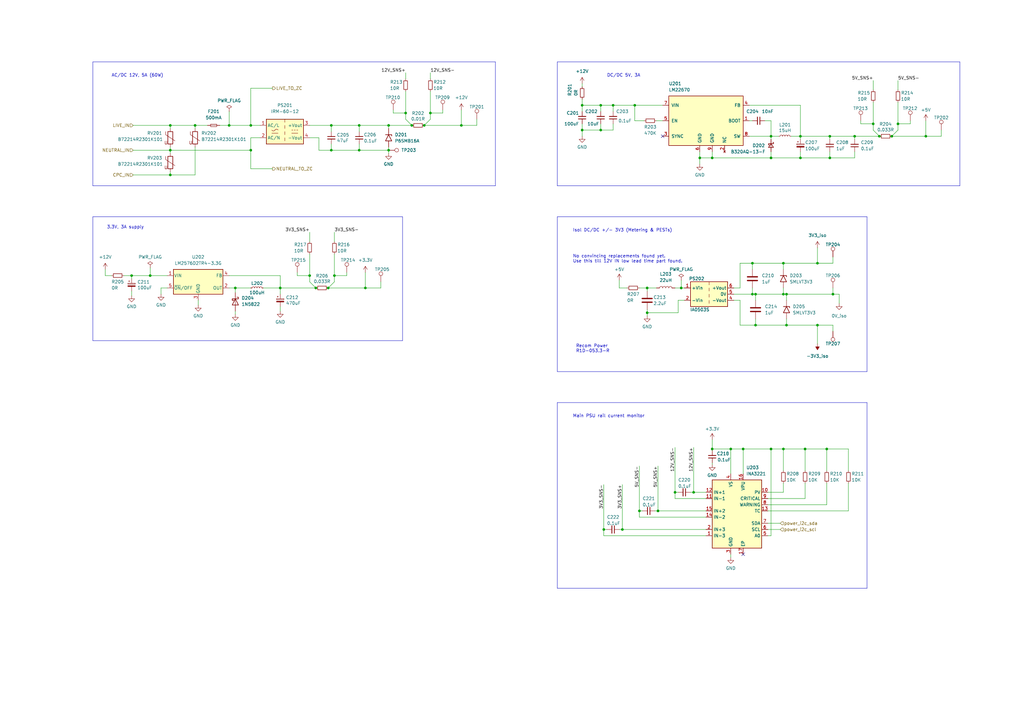
<source format=kicad_sch>
(kicad_sch (version 20230121) (generator eeschema)
  (paper "A3")
  (title_block (title "xx-xxx-PCB-001 Charger Control (HV1) Board") (date "2023-10-18") (rev "0.a") (company "Indra Renewable Technologies Ltd"))
  (junction (at 321.31 184.15))
  (junction (at 137.16 113.03))
  (junction (at 328.295 64.77))
  (junction (at 339.09 184.15))
  (junction (at 173.99 51.435))
  (junction (at 69.85 51.435))
  (junction (at 276.86 201.93))
  (junction (at 127 113.03))
  (junction (at 340.36 55.88))
  (junction (at 368.3 50.8))
  (junction (at 80.01 51.435))
  (junction (at 308.61 107.95))
  (junction (at 316.23 55.88))
  (junction (at 238.76 43.18))
  (junction (at 299.72 184.15))
  (junction (at 246.38 43.18))
  (junction (at 265.43 128.27))
  (junction (at 93.98 51.435))
  (junction (at 69.85 61.595))
  (junction (at 255.27 217.17))
  (junction (at 287.02 64.77))
  (junction (at 304.8 184.15))
  (junction (at 135.89 61.595))
  (junction (at 135.89 51.435))
  (junction (at 365.76 55.88))
  (junction (at 309.88 133.35))
  (junction (at 284.48 201.93))
  (junction (at 134.62 118.11))
  (junction (at 176.53 46.355))
  (junction (at 321.31 120.65))
  (junction (at 341.63 120.65))
  (junction (at 102.87 61.595))
  (junction (at 350.52 55.88))
  (junction (at 279.4 118.11))
  (junction (at 330.2 184.15))
  (junction (at 96.52 118.11))
  (junction (at 69.85 71.755))
  (junction (at 251.46 43.18))
  (junction (at 166.37 46.355))
  (junction (at 308.61 120.65))
  (junction (at 189.23 51.435))
  (junction (at 114.935 118.11))
  (junction (at 292.1 184.15))
  (junction (at 246.38 53.34))
  (junction (at 149.86 118.11))
  (junction (at 358.14 50.8))
  (junction (at 147.32 61.595))
  (junction (at 129.54 118.11))
  (junction (at 168.91 51.435))
  (junction (at 102.87 51.435))
  (junction (at 269.875 209.55))
  (junction (at 379.73 55.88))
  (junction (at 309.88 120.65))
  (junction (at 340.36 64.77))
  (junction (at 265.43 118.11))
  (junction (at 262.255 209.55))
  (junction (at 53.975 113.03))
  (junction (at 316.23 64.77))
  (junction (at 61.595 113.03))
  (junction (at 316.23 184.15))
  (junction (at 159.385 51.435))
  (junction (at 322.58 120.65))
  (junction (at 292.1 64.77))
  (junction (at 238.76 53.34))
  (junction (at 159.385 61.595))
  (junction (at 335.28 133.35))
  (junction (at 335.28 107.95))
  (junction (at 260.35 43.18))
  (junction (at 247.65 217.17))
  (junction (at 322.58 133.35))
  (junction (at 147.32 51.435))
  (junction (at 328.295 55.88))
  (junction (at 360.68 55.88))
  (junction (at 321.31 107.95))
  (no_connect (at 304.8 227.33))
  (no_connect (at 271.78 55.88))
  (wire (pts (xy 251.46 43.18) (xy 260.35 43.18)))
  (polyline (pts (xy 38.1 88.9) (xy 165.1 88.9)))
  (wire (pts (xy 262.255 209.55) (xy 263.525 209.55)))
  (wire (pts (xy 262.255 118.11) (xy 265.43 118.11)))
  (wire (pts (xy 147.32 51.435) (xy 147.32 53.975)))
  (wire (pts (xy 254 217.17) (xy 255.27 217.17)))
  (wire (pts (xy 173.99 51.435) (xy 176.53 48.895)))
  (wire (pts (xy 309.88 133.35) (xy 322.58 133.35)))
  (wire (pts (xy 314.96 219.71) (xy 316.23 219.71)))
  (wire (pts (xy 271.78 49.53) (xy 269.24 49.53)))
  (polyline (pts (xy 393.7 25.4) (xy 393.7 76.2)))
  (wire (pts (xy 135.89 61.595) (xy 147.32 61.595)))
  (polyline (pts (xy 355.6 241.3) (xy 228.6 241.3)))
  (wire (pts (xy 93.98 51.435) (xy 102.87 51.435)))
  (wire (pts (xy 321.31 107.95) (xy 335.28 107.95)))
  (wire (pts (xy 340.36 62.23) (xy 340.36 64.77)))
  (wire (pts (xy 265.43 127) (xy 265.43 128.27)))
  (wire (pts (xy 238.76 34.29) (xy 238.76 35.56)))
  (wire (pts (xy 96.52 118.11) (xy 96.52 120.015)))
  (wire (pts (xy 309.88 120.65) (xy 309.88 123.19)))
  (wire (pts (xy 130.81 56.515) (xy 130.81 61.595)))
  (wire (pts (xy 127 104.14) (xy 127 113.03)))
  (wire (pts (xy 53.975 113.03) (xy 53.975 114.3)))
  (wire (pts (xy 54.61 51.435) (xy 69.85 51.435)))
  (wire (pts (xy 127 51.435) (xy 135.89 51.435)))
  (wire (pts (xy 238.76 40.64) (xy 238.76 43.18)))
  (wire (pts (xy 176.53 29.845) (xy 176.53 32.385)))
  (wire (pts (xy 159.385 51.435) (xy 159.385 52.705)))
  (wire (pts (xy 251.46 53.34) (xy 251.46 50.8)))
  (wire (pts (xy 114.935 120.65) (xy 114.935 118.11)))
  (wire (pts (xy 300.99 123.19) (xy 303.53 123.19)))
  (wire (pts (xy 262.255 209.55) (xy 262.255 212.09)))
  (wire (pts (xy 308.61 107.95) (xy 308.61 110.49)))
  (wire (pts (xy 284.48 183.515) (xy 284.48 201.93)))
  (wire (pts (xy 309.88 120.65) (xy 308.61 120.65)))
  (wire (pts (xy 247.65 219.71) (xy 289.56 219.71)))
  (wire (pts (xy 287.02 62.23) (xy 287.02 64.77)))
  (wire (pts (xy 176.53 37.465) (xy 176.53 46.355)))
  (wire (pts (xy 339.09 207.01) (xy 314.96 207.01)))
  (wire (pts (xy 159.385 51.435) (xy 168.91 51.435)))
  (wire (pts (xy 280.67 123.19) (xy 278.13 123.19)))
  (wire (pts (xy 130.81 61.595) (xy 135.89 61.595)))
  (wire (pts (xy 316.23 219.71) (xy 316.23 184.15)))
  (wire (pts (xy 159.385 62.865) (xy 159.385 61.595)))
  (wire (pts (xy 102.87 36.195) (xy 111.76 36.195)))
  (wire (pts (xy 134.62 118.11) (xy 137.16 115.57)))
  (wire (pts (xy 322.58 120.65) (xy 322.58 123.19)))
  (wire (pts (xy 255.27 217.17) (xy 289.56 217.17)))
  (wire (pts (xy 307.34 49.53) (xy 308.61 49.53)))
  (wire (pts (xy 328.295 64.77) (xy 340.36 64.77)))
  (wire (pts (xy 339.09 198.12) (xy 339.09 207.01)))
  (wire (pts (xy 322.58 120.65) (xy 341.63 120.65)))
  (wire (pts (xy 254 118.11) (xy 257.175 118.11)))
  (wire (pts (xy 247.65 217.17) (xy 247.65 219.71)))
  (wire (pts (xy 292.1 184.15) (xy 299.72 184.15)))
  (wire (pts (xy 96.52 127.635) (xy 96.52 128.905)))
  (wire (pts (xy 324.485 55.88) (xy 328.295 55.88)))
  (wire (pts (xy 69.85 61.595) (xy 69.85 62.865)))
  (wire (pts (xy 268.605 209.55) (xy 269.875 209.55)))
  (polyline (pts (xy 38.1 76.2) (xy 38.1 25.4)))
  (wire (pts (xy 347.98 209.55) (xy 314.96 209.55)))
  (wire (pts (xy 292.1 190.5) (xy 292.1 189.865)))
  (wire (pts (xy 50.8 113.03) (xy 53.975 113.03)))
  (wire (pts (xy 238.76 53.34) (xy 246.38 53.34)))
  (wire (pts (xy 137.16 95.25) (xy 137.16 99.06)))
  (wire (pts (xy 328.295 55.88) (xy 340.36 55.88)))
  (wire (pts (xy 161.29 45.085) (xy 161.29 46.355)))
  (wire (pts (xy 330.2 204.47) (xy 330.2 198.12)))
  (wire (pts (xy 238.76 43.18) (xy 238.76 45.72)))
  (wire (pts (xy 269.24 118.11) (xy 265.43 118.11)))
  (wire (pts (xy 238.76 43.18) (xy 246.38 43.18)))
  (wire (pts (xy 379.73 49.53) (xy 379.73 55.88)))
  (wire (pts (xy 313.69 49.53) (xy 316.23 49.53)))
  (wire (pts (xy 114.935 118.11) (xy 129.54 118.11)))
  (wire (pts (xy 303.53 118.11) (xy 303.53 107.95)))
  (wire (pts (xy 341.63 120.65) (xy 344.17 120.65)))
  (wire (pts (xy 246.38 53.34) (xy 251.46 53.34)))
  (wire (pts (xy 347.98 184.15) (xy 339.09 184.15)))
  (wire (pts (xy 350.52 55.88) (xy 360.68 55.88)))
  (wire (pts (xy 276.86 204.47) (xy 289.56 204.47)))
  (wire (pts (xy 61.595 113.03) (xy 68.58 113.03)))
  (wire (pts (xy 292.1 180.34) (xy 292.1 184.15)))
  (wire (pts (xy 328.295 57.15) (xy 328.295 55.88)))
  (wire (pts (xy 189.23 51.435) (xy 195.58 51.435)))
  (wire (pts (xy 181.61 45.085) (xy 181.61 46.355)))
  (polyline (pts (xy 228.6 152.4) (xy 228.6 88.9)))
  (wire (pts (xy 330.2 193.04) (xy 330.2 184.15)))
  (wire (pts (xy 283.21 201.93) (xy 284.48 201.93)))
  (wire (pts (xy 340.36 64.77) (xy 350.52 64.77)))
  (wire (pts (xy 251.46 45.72) (xy 251.46 43.18)))
  (wire (pts (xy 303.53 133.35) (xy 309.88 133.35)))
  (wire (pts (xy 269.875 209.55) (xy 289.56 209.55)))
  (wire (pts (xy 102.87 56.515) (xy 106.68 56.515)))
  (wire (pts (xy 276.86 201.93) (xy 278.13 201.93)))
  (wire (pts (xy 69.85 60.325) (xy 69.85 61.595)))
  (wire (pts (xy 292.1 184.785) (xy 292.1 184.15)))
  (wire (pts (xy 142.24 111.76) (xy 142.24 113.03)))
  (wire (pts (xy 353.06 49.53) (xy 353.06 50.8)))
  (wire (pts (xy 339.09 184.15) (xy 339.09 193.04)))
  (wire (pts (xy 330.2 184.15) (xy 339.09 184.15)))
  (wire (pts (xy 358.14 33.02) (xy 358.14 36.83)))
  (wire (pts (xy 358.14 41.91) (xy 358.14 50.8)))
  (wire (pts (xy 265.43 118.11) (xy 265.43 119.38)))
  (wire (pts (xy 278.13 123.19) (xy 278.13 128.27)))
  (wire (pts (xy 358.14 50.8) (xy 358.14 53.34)))
  (polyline (pts (xy 203.2 76.2) (xy 38.1 76.2)))
  (wire (pts (xy 137.16 113.03) (xy 137.16 115.57)))
  (wire (pts (xy 322.58 130.81) (xy 322.58 133.35)))
  (wire (pts (xy 127 95.25) (xy 127 99.06)))
  (wire (pts (xy 309.88 130.81) (xy 309.88 133.35)))
  (wire (pts (xy 316.23 57.15) (xy 316.23 55.88)))
  (wire (pts (xy 341.63 133.35) (xy 341.63 135.89)))
  (wire (pts (xy 127 113.03) (xy 127 115.57)))
  (wire (pts (xy 373.38 50.8) (xy 368.3 50.8)))
  (wire (pts (xy 299.72 184.15) (xy 299.72 194.31)))
  (wire (pts (xy 265.43 128.27) (xy 278.13 128.27)))
  (wire (pts (xy 276.86 183.515) (xy 276.86 201.93)))
  (wire (pts (xy 316.23 55.88) (xy 319.405 55.88)))
  (polyline (pts (xy 355.6 165.1) (xy 355.6 241.3)))
  (wire (pts (xy 102.87 56.515) (xy 102.87 61.595)))
  (polyline (pts (xy 165.1 88.9) (xy 165.1 139.7)))
  (wire (pts (xy 321.31 120.65) (xy 322.58 120.65)))
  (wire (pts (xy 53.975 119.38) (xy 53.975 121.285)))
  (wire (pts (xy 330.2 184.15) (xy 321.31 184.15)))
  (wire (pts (xy 149.86 118.11) (xy 156.21 118.11)))
  (wire (pts (xy 350.52 64.77) (xy 350.52 62.23)))
  (wire (pts (xy 316.23 64.77) (xy 328.295 64.77)))
  (wire (pts (xy 340.36 55.88) (xy 350.52 55.88)))
  (wire (pts (xy 341.63 118.11) (xy 341.63 120.65)))
  (wire (pts (xy 365.76 55.88) (xy 368.3 53.34)))
  (wire (pts (xy 308.61 107.95) (xy 321.31 107.95)))
  (wire (pts (xy 353.06 50.8) (xy 358.14 50.8)))
  (wire (pts (xy 262.255 212.09) (xy 289.56 212.09)))
  (wire (pts (xy 255.27 198.755) (xy 255.27 217.17)))
  (wire (pts (xy 66.04 118.11) (xy 68.58 118.11)))
  (wire (pts (xy 279.4 118.11) (xy 280.67 118.11)))
  (wire (pts (xy 316.23 55.88) (xy 307.34 55.88)))
  (wire (pts (xy 260.35 43.18) (xy 271.78 43.18)))
  (wire (pts (xy 247.65 217.17) (xy 248.92 217.17)))
  (wire (pts (xy 176.53 46.355) (xy 176.53 48.895)))
  (wire (pts (xy 347.98 198.12) (xy 347.98 209.55)))
  (wire (pts (xy 54.61 71.755) (xy 69.85 71.755)))
  (wire (pts (xy 307.34 43.18) (xy 328.295 43.18)))
  (wire (pts (xy 309.88 120.65) (xy 321.31 120.65)))
  (wire (pts (xy 322.58 133.35) (xy 335.28 133.35)))
  (wire (pts (xy 269.875 191.135) (xy 269.875 209.55)))
  (wire (pts (xy 287.02 64.77) (xy 292.1 64.77)))
  (wire (pts (xy 173.99 51.435) (xy 189.23 51.435)))
  (wire (pts (xy 335.28 101.6) (xy 335.28 107.95)))
  (wire (pts (xy 102.87 51.435) (xy 106.68 51.435)))
  (wire (pts (xy 61.595 109.855) (xy 61.595 113.03)))
  (wire (pts (xy 54.61 61.595) (xy 69.85 61.595)))
  (wire (pts (xy 166.37 46.355) (xy 166.37 48.895)))
  (wire (pts (xy 321.31 201.93) (xy 314.96 201.93)))
  (wire (pts (xy 373.38 49.53) (xy 373.38 50.8)))
  (wire (pts (xy 316.23 62.23) (xy 316.23 64.77)))
  (wire (pts (xy 328.295 62.23) (xy 328.295 64.77)))
  (polyline (pts (xy 228.6 76.2) (xy 228.6 25.4)))
  (wire (pts (xy 276.86 118.11) (xy 279.4 118.11)))
  (wire (pts (xy 386.08 55.88) (xy 386.08 53.34)))
  (polyline (pts (xy 393.7 76.2) (xy 228.6 76.2)))
  (wire (pts (xy 134.62 118.11) (xy 149.86 118.11)))
  (wire (pts (xy 368.3 33.02) (xy 368.3 36.83)))
  (wire (pts (xy 341.63 107.95) (xy 335.28 107.95)))
  (wire (pts (xy 166.37 29.845) (xy 166.37 32.385)))
  (wire (pts (xy 121.92 111.76) (xy 121.92 113.03)))
  (wire (pts (xy 350.52 57.15) (xy 350.52 55.88)))
  (wire (pts (xy 69.85 71.755) (xy 80.01 71.755)))
  (wire (pts (xy 129.54 118.11) (xy 127 115.57)))
  (wire (pts (xy 276.86 201.93) (xy 276.86 204.47)))
  (wire (pts (xy 127 56.515) (xy 130.81 56.515)))
  (wire (pts (xy 254 114.935) (xy 254 118.11)))
  (wire (pts (xy 321.31 184.15) (xy 316.23 184.15)))
  (wire (pts (xy 303.53 123.19) (xy 303.53 133.35)))
  (wire (pts (xy 102.87 61.595) (xy 102.87 69.215)))
  (polyline (pts (xy 355.6 152.4) (xy 228.6 152.4)))
  (wire (pts (xy 80.01 51.435) (xy 80.01 52.705)))
  (wire (pts (xy 247.65 198.755) (xy 247.65 217.17)))
  (wire (pts (xy 321.31 107.95) (xy 321.31 110.49)))
  (wire (pts (xy 69.85 61.595) (xy 102.87 61.595)))
  (wire (pts (xy 340.36 57.15) (xy 340.36 55.88)))
  (wire (pts (xy 93.98 45.72) (xy 93.98 51.435)))
  (wire (pts (xy 368.3 41.91) (xy 368.3 50.8)))
  (wire (pts (xy 303.53 107.95) (xy 308.61 107.95)))
  (wire (pts (xy 328.295 43.18) (xy 328.295 55.88)))
  (wire (pts (xy 264.16 49.53) (xy 260.35 49.53)))
  (wire (pts (xy 80.01 51.435) (xy 85.09 51.435)))
  (wire (pts (xy 81.28 123.19) (xy 81.28 125.095)))
  (wire (pts (xy 368.3 50.8) (xy 368.3 53.34)))
  (polyline (pts (xy 203.2 25.4) (xy 203.2 76.2)))
  (polyline (pts (xy 355.6 88.9) (xy 355.6 152.4)))
  (wire (pts (xy 135.89 59.055) (xy 135.89 61.595)))
  (polyline (pts (xy 228.6 25.4) (xy 393.7 25.4)))
  (wire (pts (xy 189.23 51.435) (xy 189.23 45.085)))
  (wire (pts (xy 316.23 49.53) (xy 316.23 55.88)))
  (wire (pts (xy 43.18 110.49) (xy 43.18 113.03)))
  (wire (pts (xy 321.31 118.11) (xy 321.31 120.65)))
  (wire (pts (xy 102.87 69.215) (xy 111.76 69.215)))
  (wire (pts (xy 166.37 37.465) (xy 166.37 46.355)))
  (wire (pts (xy 53.975 113.03) (xy 61.595 113.03)))
  (wire (pts (xy 142.24 113.03) (xy 137.16 113.03)))
  (wire (pts (xy 114.935 125.73) (xy 114.935 127.635)))
  (wire (pts (xy 321.31 184.15) (xy 321.31 193.04)))
  (wire (pts (xy 80.01 60.325) (xy 80.01 71.755)))
  (polyline (pts (xy 38.1 25.4) (xy 203.2 25.4)))
  (wire (pts (xy 299.72 184.15) (xy 304.8 184.15)))
  (wire (pts (xy 299.72 228.6) (xy 299.72 227.33)))
  (wire (pts (xy 300.99 118.11) (xy 303.53 118.11)))
  (polyline (pts (xy 228.6 165.1) (xy 228.6 241.3)))
  (wire (pts (xy 292.1 62.23) (xy 292.1 64.77)))
  (wire (pts (xy 147.32 59.055) (xy 147.32 61.595)))
  (wire (pts (xy 347.98 193.04) (xy 347.98 184.15)))
  (wire (pts (xy 135.89 51.435) (xy 135.89 53.975)))
  (polyline (pts (xy 228.6 165.1) (xy 355.6 165.1)))
  (wire (pts (xy 320.04 214.63) (xy 314.96 214.63)))
  (wire (pts (xy 114.935 113.03) (xy 114.935 118.11)))
  (wire (pts (xy 147.32 61.595) (xy 159.385 61.595)))
  (wire (pts (xy 149.86 118.11) (xy 149.86 111.76)))
  (wire (pts (xy 135.89 51.435) (xy 147.32 51.435)))
  (wire (pts (xy 156.21 118.11) (xy 156.21 115.57)))
  (wire (pts (xy 246.38 50.8) (xy 246.38 53.34)))
  (wire (pts (xy 379.73 55.88) (xy 386.08 55.88)))
  (wire (pts (xy 102.87 36.195) (xy 102.87 51.435)))
  (wire (pts (xy 69.85 70.485) (xy 69.85 71.755)))
  (wire (pts (xy 114.935 118.11) (xy 107.95 118.11)))
  (wire (pts (xy 238.76 55.88) (xy 238.76 53.34)))
  (wire (pts (xy 69.85 51.435) (xy 80.01 51.435)))
  (wire (pts (xy 300.99 120.65) (xy 308.61 120.65)))
  (wire (pts (xy 159.385 60.325) (xy 159.385 61.595)))
  (wire (pts (xy 335.28 133.35) (xy 341.63 133.35)))
  (wire (pts (xy 335.28 133.35) (xy 335.28 140.97)))
  (wire (pts (xy 93.98 113.03) (xy 114.935 113.03)))
  (wire (pts (xy 181.61 46.355) (xy 176.53 46.355)))
  (wire (pts (xy 161.29 46.355) (xy 166.37 46.355)))
  (wire (pts (xy 69.85 51.435) (xy 69.85 52.705)))
  (wire (pts (xy 279.4 114.935) (xy 279.4 118.11)))
  (wire (pts (xy 238.76 53.34) (xy 238.76 50.8)))
  (wire (pts (xy 137.16 104.14) (xy 137.16 113.03)))
  (wire (pts (xy 147.32 51.435) (xy 159.385 51.435)))
  (wire (pts (xy 284.48 201.93) (xy 289.56 201.93)))
  (wire (pts (xy 66.04 120.65) (xy 66.04 118.11)))
  (wire (pts (xy 358.14 53.34) (xy 360.68 55.88)))
  (wire (pts (xy 344.17 120.65) (xy 344.17 124.46)))
  (wire (pts (xy 90.17 51.435) (xy 93.98 51.435)))
  (wire (pts (xy 292.1 64.77) (xy 316.23 64.77)))
  (wire (pts (xy 365.76 55.88) (xy 379.73 55.88)))
  (wire (pts (xy 246.38 43.18) (xy 246.38 45.72)))
  (wire (pts (xy 304.8 194.31) (xy 304.8 184.15)))
  (polyline (pts (xy 38.1 139.7) (xy 38.1 88.9)))
  (wire (pts (xy 314.96 204.47) (xy 330.2 204.47)))
  (polyline (pts (xy 228.6 88.9) (xy 355.6 88.9)))
  (wire (pts (xy 246.38 43.18) (xy 251.46 43.18)))
  (wire (pts (xy 287.02 64.77) (xy 287.02 67.31)))
  (wire (pts (xy 96.52 118.11) (xy 102.87 118.11)))
  (wire (pts (xy 168.91 51.435) (xy 166.37 48.895)))
  (wire (pts (xy 43.18 113.03) (xy 45.72 113.03)))
  (wire (pts (xy 195.58 51.435) (xy 195.58 48.895)))
  (wire (pts (xy 308.61 120.65) (xy 308.61 118.11)))
  (wire (pts (xy 121.92 113.03) (xy 127 113.03)))
  (wire (pts (xy 260.35 43.18) (xy 260.35 49.53)))
  (wire (pts (xy 314.96 217.17) (xy 320.04 217.17)))
  (wire (pts (xy 316.23 184.15) (xy 304.8 184.15)))
  (wire (pts (xy 265.43 129.54) (xy 265.43 128.27)))
  (wire (pts (xy 262.255 191.135) (xy 262.255 209.55)))
  (wire (pts (xy 321.31 198.12) (xy 321.31 201.93)))
  (wire (pts (xy 341.63 105.41) (xy 341.63 107.95)))
  (wire (pts (xy 93.98 118.11) (xy 96.52 118.11)))
  (polyline (pts (xy 165.1 139.7) (xy 38.1 139.7)))
  (text "Isol DC/DC +/- 3V3 (Metering & PESTs)" (at 234.95 95.25 0) (effects (font (size 1.27 1.27)) (justify left bottom)))
  (text "AC/DC 12V, 5A (60W)" (at 45.72 31.75 0) (effects (font (size 1.27 1.27)) (justify left bottom)))
  (text "DC/DC 5V, 3A\n" (at 248.92 31.75 0) (effects (font (size 1.27 1.27)) (justify left bottom)))
  (text "Main PSU rail current monitor" (at 234.95 171.45 0) (effects (font (size 1.27 1.27)) (justify left bottom)))
  (text "No convincing replacements found yet. \nUse this till 12V IN low lead time part found." (at 234.95 107.95 0) (effects (font (size 1.27 1.27)) (justify left bottom)))
  (text "Recom Power\nR1D-053.3-R" (at 236.22 144.78 0) (effects (font (size 1.27 1.27)) (justify left bottom)))
  (text "3.3V, 3A supply" (at 43.815 93.98 0) (effects (font (size 1.27 1.27)) (justify left bottom)))
  (label "3V3_SNS-" (at 137.16 95.25 0))
  (label "12V_SNS+" (at 284.48 183.515 270))
  (label "12V_SNS-" (at 276.86 183.515 270))
  (label "12V_SNS-" (at 176.53 29.845 0))
  (label "12V_SNS+" (at 166.37 29.845 180))
  (label "3V3_SNS+" (at 127 95.25 180))
  (label "5V_SNS-" (at 262.255 191.135 270))
  (label "5V_SNS+" (at 358.14 33.02 180))
  (label "3V3_SNS+" (at 255.27 198.755 270))
  (label "3V3_SNS-" (at 247.65 198.755 270))
  (label "5V_SNS-" (at 368.3 33.02 0))
  (label "5V_SNS+" (at 269.875 191.135 270))
  (hierarchical_label "NEUTRAL_TO_ZC" (shape output) (at 111.76 69.215 0))
  (hierarchical_label "power_i2c_scl" (shape input) (at 320.04 217.17 0))
  (hierarchical_label "CPC_IN" (shape input) (at 54.61 71.755 180))
  (hierarchical_label "LIVE_IN" (shape input) (at 54.61 51.435 180))
  (hierarchical_label "LIVE_TO_ZC" (shape output) (at 111.76 36.195 0))
  (hierarchical_label "power_i2c_sda" (shape input) (at 320.04 214.63 0))
  (hierarchical_label "NEUTRAL_IN" (shape input) (at 54.61 61.595 180))
  (symbol (lib_id "Connector:TestPoint") (at 181.61 45.085 0) (unit 1)
    (property "Reference" "TP209" (at 178.435 40.005 0) (effects (justify left)))
    (property "Value" "TestPoint" (effects hide))
    (property "Footprint" "hw-v5mobo-cem-demo:TestPoint_Pad_FD1.0mm_BD2.0mm_TH_with_pos" (effects hide))
    (instances (project "hw-v2x-power-board-high-v" (path "" (reference "TP209") (unit 1))) (project "hw-v2x-power-board" (path "" (reference "TP517") (unit 1))))
  )
  (symbol (lib_id "Device:C_Small") (at 280.67 201.93 270) (unit 1)
    (property "Reference" "C220" (at 278.13 196.85 90) (effects (justify left)))
    (property "Value" "0.1uF" (at 278.13 199.39 90) (effects (justify left)))
    (property "Footprint" "Capacitor_SMD:C_0402_1005Metric" (effects hide))
    (property "Voltage" "50V" (effects hide))
    (property "Characteristics" "X7R" (effects hide))
    (property "Tolerance" "10%" (effects hide))
    (instances (project "hw-v2x-power-board-high-v" (path "" (reference "C220") (unit 1))) (project "hw-v2x-power-board" (path "" (reference "C512") (unit 1))))
  )
  (symbol (lib_id "Connector:TestPoint") (at 159.385 61.595 270) (mirror x) (unit 1)
    (property "Reference" "TP203" (at 167.64 61.595 90))
    (property "Value" "TestPoint" (effects hide))
    (property "Footprint" "hw-v5mobo-cem-demo:TestPoint_Pad_FD1.0mm_BD2.0mm_TH_with_pos" (effects hide))
    (instances (project "hw-v2x-power-board-high-v" (path "" (reference "TP203") (unit 1))) (project "hw-v2x-power-board" (path "" (reference "TP503") (unit 1))))
  )
  (symbol (lib_id "Device:C_Polarized_Small") (at 328.295 59.69 0) (unit 1)
    (property "Reference" "C207" (at 330.2 58.42 0) (effects (justify left)))
    (property "Value" "100uF" (at 330.2 60.96 0) (effects (justify left)))
    (property "Footprint" "Capacitor_SMD:CP_Elec_6.3x7.7" (effects hide))
    (property "Voltage" "10V" (effects hide))
    (property "Characteristics" "X5R, ESR <600mohm" (effects hide))
    (property "Tolerance" "20%" (effects hide))
    (instances (project "hw-v2x-power-board-high-v" (path "" (reference "C207") (unit 1))) (project "hw-v2x-power-board" (path "" (reference "C522") (unit 1))))
  )
  (symbol (lib_id "Device:C_Small") (at 147.32 56.515 0) (mirror y) (unit 1)
    (property "Reference" "C206" (at 149.225 55.245 0) (effects (justify right)))
    (property "Value" "0.1uF" (at 149.225 57.785 0) (effects (justify right)))
    (property "Footprint" "Capacitor_SMD:C_0402_1005Metric" (effects hide))
    (property "Tolerance" "10%" (effects hide))
    (property "Voltage" "50V" (effects hide))
    (property "Characteristics" "X7R" (effects hide))
    (instances (project "hw-v2x-power-board-high-v" (path "" (reference "C206") (unit 1))) (project "hw-v2x-power-board" (path "" (reference "C508") (unit 1))))
  )
  (symbol (lib_id "Device:C") (at 265.43 123.19 0) (mirror y) (unit 1)
    (property "Reference" "C213" (at 267.97 121.92 0) (effects (justify right)))
    (property "Value" "2.2uF" (at 267.97 124.46 0) (effects (justify right)))
    (property "Footprint" "Capacitor_SMD:C_1210_3225Metric" (effects hide))
    (property "Tolerance" "10%" (effects hide))
    (property "Voltage" "100V" (effects hide))
    (property "Characteristics" "X5R minimum" (effects hide))
    (instances (project "hw-v2x-power-board-high-v" (path "" (reference "C213") (unit 1))) (project "hw-v2x-power-board" (path "" (reference "C516") (unit 1))))
  )
  (symbol (lib_id "Device:R_Small") (at 132.08 118.11 270) (unit 1)
    (property "Reference" "R206" (at 132.08 113.1316 90))
    (property "Value" "0.033R" (at 132.08 115.443 90))
    (property "Footprint" "Resistor_SMD:R_0805_2012Metric" (effects hide))
    (property "Tolerance" "1%" (effects hide))
    (property "Voltage" "50V" (effects hide))
    (property "Characteristics" "Current sense minimum 0.25W" (effects hide))
    (instances (project "hw-v2x-power-board-high-v" (path "" (reference "R206") (unit 1))) (project "hw-v2x-power-board" (path "" (reference "R502") (unit 1))))
  )
  (symbol (lib_name "+12V_1") (lib_id "power:+12V") (at 189.23 45.085 0) (unit 1)
    (property "Reference" "#PWR0204" (effects hide))
    (property "Value" "+12V" (at 189.23 40.005 0))
  )
  (symbol (lib_id "Device:R_Small") (at 266.7 49.53 270) (unit 1)
    (property "Reference" "R203" (at 264.16 52.07 90) (effects (justify left)))
    (property "Value" "470K" (at 264.16 54.61 90) (effects (justify left)))
    (property "Footprint" "Resistor_SMD:R_0402_1005Metric" (effects hide))
    (property "Tolerance" "1%" (effects hide))
    (property "Voltage" "50V" (effects hide))
    (instances (project "hw-v2x-power-board-high-v" (path "" (reference "R203") (unit 1))) (project "hw-v2x-power-board" (path "" (reference "R514") (unit 1))))
  )
  (symbol (lib_name "5KPxxA_2") (lib_id "Diode:5KPxxA") (at 322.58 127 270) (unit 1)
    (property "Reference" "D205" (at 325.12 125.73 90) (effects (justify left)))
    (property "Value" "SMLVT3V3" (at 325.12 128.27 90) (effects (justify left)))
    (property "Footprint" "hw-v2x-play1_1-power-board:SMLVT_SMB" (effects hide))
    (property "Datasheet" "http://www.st.com/content/ccc/resource/technical/document/datasheet/da/a4/86/90/17/13/47/7c/CD00000923.pdf/files/CD00000923.pdf/jcr:content/translations/en.CD00000923.pdf" (effects hide))
    (property "Power" "600W" (effects hide))
    (property "Voltage" "3.3V" (effects hide))
    (property "Manufacturer" "ST MICRO" (effects hide))
    (property "Manufacturer Part Number" "497-2496-1-ND" (effects hide))
  )
  (symbol (lib_name "GND_1") (lib_id "power:GND") (at 66.04 120.65 0) (unit 1)
    (property "Reference" "#PWR0232" (effects hide))
    (property "Value" "GND" (at 66.04 125.095 0))
  )
  (symbol (lib_id "Power_Management:INA3221") (at 302.26 212.09 0) (unit 1)
    (property "Reference" "U203" (at 306.07 191.77 0) (effects (justify left)))
    (property "Value" "INA3221" (at 306.07 194.31 0) (effects (justify left)))
    (property "Footprint" "Package_DFN_QFN:Texas_RGV_S-PVQFN-N16_EP2.1x2.1mm" (effects hide))
    (property "Datasheet" "http://www.ti.com/lit/ds/symlink/ina3221.pdf" (effects hide))
    (property "Manufacturer" "TI" (effects hide))
    (property "Manufacturer Part Number" "INA3221AIRGVR" (effects hide))
    (instances (project "hw-v2x-power-board-high-v" (path "" (reference "U203") (unit 1))) (project "hw-v2x-power-board" (path "" (reference "U502") (unit 1))))
  )
  (symbol (lib_id "Connector:TestPoint") (at 341.63 135.89 180) (unit 1)
    (property "Reference" "TP207" (at 341.63 140.97 0))
    (property "Value" "TestPoint" (effects hide))
    (property "Footprint" "hw-v5mobo-cem-demo:TestPoint_Pad_FD1.0mm_BD2.0mm_TH_with_pos" (effects hide))
    (instances (project "hw-v2x-power-board-high-v" (path "" (reference "TP207") (unit 1))) (project "hw-v2x-power-board" (path "" (reference "TP521") (unit 1))))
  )
  (symbol (lib_id "Device:C_Small") (at 266.065 209.55 270) (unit 1)
    (property "Reference" "C221" (at 263.525 204.47 90) (effects (justify left)))
    (property "Value" "0.1uF" (at 263.525 207.01 90) (effects (justify left)))
    (property "Footprint" "Capacitor_SMD:C_0402_1005Metric" (effects hide))
    (property "Voltage" "50V" (effects hide))
    (property "Characteristics" "X7R" (effects hide))
    (property "Tolerance" "10%" (effects hide))
    (instances (project "hw-v2x-power-board-high-v" (path "" (reference "C221") (unit 1))) (project "hw-v2x-power-board" (path "" (reference "C510") (unit 1))))
  )
  (symbol (lib_name "GND_1") (lib_id "power:GND") (at 292.1 190.5 0) (unit 1)
    (property "Reference" "#PWR0243" (effects hide))
    (property "Value" "GND" (at 292.1 194.945 0))
  )
  (symbol (lib_name "Varistor_1") (lib_id "Device:Varistor") (at 69.85 66.675 0) (unit 1)
    (property "Reference" "RV203" (at 60.325 64.77 0) (effects (justify left)))
    (property "Value" "B72214R2301K101" (at 48.26 67.31 0) (effects (justify left)))
    (property "Footprint" "hw-v2x-play1_1-power-board:B72214R2301K101" (effects hide))
    (property "Datasheet" "https://www.tdk-electronics.tdk.com/inf/70/ds/SIOV_Housed_NT14.pdf" (effects hide))
    (property "Manufacturer" "TDK" (effects hide))
    (property "Manufacturer Part Number" "B72214R2301K101" (effects hide))
    (property "Alternative Part" "Littelfuse TMOV14RP300E" (effects hide))
    (property "Voltage" "300VAC" (effects hide))
    (property "Characteristics" "125J" (effects hide))
  )
  (symbol (lib_name "+12V_1") (lib_id "power:+12V") (at 238.76 34.29 0) (unit 1)
    (property "Reference" "#PWR0212" (effects hide))
    (property "Value" "+12V" (at 238.76 29.21 0))
  )
  (symbol (lib_id "hw-v2x-play1_1-power-board:+3V3_iso") (at 335.28 101.6 0) (unit 1)
    (property "Reference" "#PWR0208" (effects hide))
    (property "Value" "+3V3_iso" (at 335.28 96.52 0))
  )
  (symbol (lib_name "PWR_FLAG_1") (lib_id "power:PWR_FLAG") (at 279.4 114.935 0) (unit 1)
    (property "Reference" "#FLG0203" (effects hide))
    (property "Value" "PWR_FLAG" (at 279.4 110.49 0))
  )
  (symbol (lib_id "Converter_DCDC:IA0503S") (at 290.83 120.65 0) (unit 1)
    (property "Reference" "PS202" (at 285.75 114.3 0))
    (property "Value" "IA0503S" (at 287.02 127 0))
    (property "Footprint" "Converter_DCDC:Converter_DCDC_XP_POWER-IAxxxxS_THT" (effects hide))
    (property "Datasheet" "https://www.xppower.com/pdfs/SF_IA.pdf" (effects hide))
    (property "Power" "1W" (effects hide))
    (property "Manufacturer" "XP POWER" (effects hide))
    (property "Manufacturer Part Number" "IA0503S" (effects hide))
    (instances (project "hw-v2x-power-board-high-v" (path "" (reference "PS202") (unit 1))) (project "hw-v2x-power-board" (path "" (reference "PS503") (unit 1))))
  )
  (symbol (lib_id "Device:R_Small") (at 321.31 195.58 0) (unit 1)
    (property "Reference" "R208" (at 322.58 194.31 0) (effects (justify left)))
    (property "Value" "10K" (at 322.58 196.85 0) (effects (justify left)))
    (property "Footprint" "Resistor_SMD:R_0402_1005Metric" (effects hide))
    (property "Tolerance" "1%" (effects hide))
    (property "Voltage" "50V" (effects hide))
    (instances (project "hw-v2x-power-board-high-v" (path "" (reference "R208") (unit 1))) (project "hw-v2x-power-board" (path "" (reference "R515") (unit 1))))
  )
  (symbol (lib_id "Device:C_Small") (at 251.46 48.26 180) (unit 1)
    (property "Reference" "C203" (at 257.81 45.72 0) (effects (justify left)))
    (property "Value" "0.1uF" (at 259.08 49.53 0) (effects (justify left)))
    (property "Footprint" "Capacitor_SMD:C_0402_1005Metric" (effects hide))
    (property "Voltage" "50V" (effects hide))
    (property "Characteristics" "X7R" (effects hide))
    (property "Tolerance" "10%" (effects hide))
    (instances (project "hw-v2x-power-board-high-v" (path "" (reference "C203") (unit 1))) (project "hw-v2x-power-board" (path "" (reference "C514") (unit 1))))
  )
  (symbol (lib_id "Device:C") (at 309.88 127 0) (mirror y) (unit 1)
    (property "Reference" "C214" (at 313.69 125.73 0) (effects (justify right)))
    (property "Value" "1uF" (at 313.69 128.27 0) (effects (justify right)))
    (property "Footprint" "Capacitor_SMD:C_0603_1608Metric" (effects hide))
    (property "Tolerance" "10%" (effects hide))
    (property "Voltage" "25V" (effects hide))
    (property "Characteristics" "X5R" (effects hide))
    (instances (project "hw-v2x-power-board-high-v" (path "" (reference "C214") (unit 1))) (project "hw-v2x-power-board" (path "" (reference "C520") (unit 1))))
  )
  (symbol (lib_name "PWR_FLAG_1") (lib_id "power:PWR_FLAG") (at 93.98 45.72 0) (unit 1)
    (property "Reference" "#FLG0201" (effects hide))
    (property "Value" "PWR_FLAG" (at 93.98 41.275 0))
  )
  (symbol (lib_id "Device:R_Small") (at 238.76 38.1 0) (unit 1)
    (property "Reference" "R201" (at 233.68 39.37 90) (effects (justify left)))
    (property "Value" "0R" (at 236.22 39.37 90) (effects (justify left)))
    (property "Footprint" "Resistor_SMD:R_0603_1608Metric" (effects hide))
    (property "Tolerance" "1%" (effects hide))
    (property "Voltage" "50V" (effects hide))
    (instances (project "hw-v2x-power-board-high-v" (path "" (reference "R201") (unit 1))) (project "hw-v2x-power-board" (path "" (reference "R512") (unit 1))))
  )
  (symbol (lib_id "Connector:TestPoint") (at 386.08 53.34 0) (unit 1)
    (property "Reference" "TP202" (at 386.08 48.26 0))
    (property "Value" "TestPoint" (effects hide))
    (property "Footprint" "hw-v5mobo-cem-demo:TestPoint_Pad_FD1.0mm_BD2.0mm_TH_with_pos" (effects hide))
    (instances (project "hw-v2x-power-board-high-v" (path "" (reference "TP202") (unit 1))) (project "hw-v2x-power-board" (path "" (reference "TP509") (unit 1))))
  )
  (symbol (lib_id "hw-v2x-play1_1-power-board:LM22670") (at 289.56 49.53 0) (unit 1)
    (property "Reference" "U201" (at 274.32 34.29 0) (effects (justify left)))
    (property "Value" "LM22670" (at 274.32 36.83 0) (effects (justify left)))
    (property "Footprint" "Package_SO:HSOP-8-1EP_3.9x4.9mm_P1.27mm_EP2.41x3.1mm_ThermalVias" (effects hide))
    (property "Datasheet" "https://www.ti.com/lit/ds/symlink/lm22670.pdf" (effects hide))
  )
  (symbol (lib_id "Device:D_Schottky_Small") (at 316.23 59.69 270) (unit 1)
    (property "Reference" "D202" (at 308.61 59.69 90) (effects (justify left)))
    (property "Value" "B320AQ-13-F" (at 299.72 62.23 90) (effects (justify left)))
    (property "Footprint" "Diode_SMD:D_SMA" (effects hide))
    (property "Datasheet" "https://www.mouser.co.uk/datasheet/2/115/ds13005-1382411.pdf" (effects hide))
    (property "Manufacturer" "Diodes Inc." (effects hide))
    (property "Manufacturer Part Number" "B320AQ-13-F" (effects hide))
    (instances (project "hw-v2x-power-board-high-v" (path "" (reference "D202") (unit 1))) (project "hw-v2x-power-board" (path "" (reference "D505") (unit 1))))
  )
  (symbol (lib_id "Device:R_Small") (at 171.45 51.435 270) (unit 1)
    (property "Reference" "R202" (at 171.45 46.4566 90))
    (property "Value" "0.01R" (at 171.45 48.768 90))
    (property "Footprint" "Resistor_SMD:R_1206_3216Metric" (effects hide))
    (property "Tolerance" "1%" (effects hide))
    (property "Voltage" "50V" (effects hide))
    (property "Characteristics" "Current sense, minimum 1W" (effects hide))
    (instances (project "hw-v2x-power-board-high-v" (path "" (reference "R202") (unit 1))) (project "hw-v2x-power-board" (path "" (reference "R503") (unit 1))))
  )
  (symbol (lib_name "5KPxxA_2") (lib_id "Diode:5KPxxA") (at 321.31 114.3 270) (unit 1)
    (property "Reference" "D203" (at 323.85 113.03 90) (effects (justify left)))
    (property "Value" "SMLVT3V3" (at 323.85 115.57 90) (effects (justify left)))
    (property "Footprint" "hw-v2x-play1_1-power-board:SMLVT_SMB" (effects hide))
    (property "Datasheet" "http://www.st.com/content/ccc/resource/technical/document/datasheet/da/a4/86/90/17/13/47/7c/CD00000923.pdf/files/CD00000923.pdf/jcr:content/translations/en.CD00000923.pdf" (effects hide))
    (property "Power" "600W" (effects hide))
    (property "Voltage" "3.3V" (effects hide))
    (property "Manufacturer" "ST MICRO" (effects hide))
    (property "Manufacturer Part Number" "497-2496-1-ND" (effects hide))
  )
  (symbol (lib_id "Device:R_Small") (at 339.09 195.58 0) (unit 1)
    (property "Reference" "R210" (at 340.36 194.31 0) (effects (justify left)))
    (property "Value" "10K" (at 340.36 196.85 0) (effects (justify left)))
    (property "Footprint" "Resistor_SMD:R_0402_1005Metric" (effects hide))
    (property "Tolerance" "1%" (effects hide))
    (property "Voltage" "50V" (effects hide))
    (instances (project "hw-v2x-power-board-high-v" (path "" (reference "R210") (unit 1))) (project "hw-v2x-power-board" (path "" (reference "R517") (unit 1))))
  )
  (symbol (lib_id "Connector:TestPoint") (at 373.38 49.53 0) (unit 1)
    (property "Reference" "TP212" (at 370.205 44.45 0) (effects (justify left)))
    (property "Value" "TestPoint" (effects hide))
    (property "Footprint" "hw-v5mobo-cem-demo:TestPoint_Pad_FD1.0mm_BD2.0mm_TH_with_pos" (effects hide))
    (instances (project "hw-v2x-power-board-high-v" (path "" (reference "TP212") (unit 1))) (project "hw-v2x-power-board" (path "" (reference "TP515") (unit 1))))
  )
  (symbol (lib_id "Device:R_Small") (at 347.98 195.58 0) (unit 1)
    (property "Reference" "R211" (at 349.25 194.31 0) (effects (justify left)))
    (property "Value" "10K" (at 349.25 196.85 0) (effects (justify left)))
    (property "Footprint" "Resistor_SMD:R_0402_1005Metric" (effects hide))
    (property "Tolerance" "1%" (effects hide))
    (property "Voltage" "50V" (effects hide))
    (instances (project "hw-v2x-power-board-high-v" (path "" (reference "R211") (unit 1))) (project "hw-v2x-power-board" (path "" (reference "R520") (unit 1))))
  )
  (symbol (lib_id "Connector:TestPoint") (at 353.06 49.53 0) (unit 1)
    (property "Reference" "TP213" (at 349.885 44.45 0) (effects (justify left)))
    (property "Value" "TestPoint" (effects hide))
    (property "Footprint" "hw-v5mobo-cem-demo:TestPoint_Pad_FD1.0mm_BD2.0mm_TH_with_pos" (effects hide))
    (instances (project "hw-v2x-power-board-high-v" (path "" (reference "TP213") (unit 1))) (project "hw-v2x-power-board" (path "" (reference "TP516") (unit 1))))
  )
  (symbol (lib_id "Regulator_Switching:LM2575-3.3BU") (at 81.28 115.57 0) (unit 1)
    (property "Reference" "U202" (at 81.28 105.41 0))
    (property "Value" "LM2576D2TR4-3.3G" (at 81.28 107.95 0))
    (property "Footprint" "Package_TO_SOT_SMD:TO-263-5_TabPin3" (effects hide))
    (property "Datasheet" "https://www.mouser.co.uk/datasheet/2/308/LM2576_D-1810688.pdf" (effects hide))
    (property "Manufacturer" "ON Semiconductor" (effects hide))
    (property "Manufacturer Part Number" "LM2576D2TR4-3.3G" (effects hide))
    (property "Characteristics" "3A+" (effects hide))
    (instances (project "hw-v2x-power-board-high-v" (path "" (reference "U202") (unit 1))) (project "hw-v2x-power-board" (path "" (reference "U501") (unit 1))))
  )
  (symbol (lib_id "power:+3.3V") (at 149.86 111.76 0) (unit 1)
    (property "Reference" "#PWR0201" (effects hide))
    (property "Value" "+3.3V" (at 149.86 106.68 0))
  )
  (symbol (lib_name "GND_1") (lib_id "power:GND") (at 53.975 121.285 0) (unit 1)
    (property "Reference" "#PWR0231" (effects hide))
    (property "Value" "GND" (at 53.975 125.73 0))
  )
  (symbol (lib_id "Device:C_Small") (at 340.36 59.69 180) (unit 1)
    (property "Reference" "C208" (at 342.9 58.42 0) (effects (justify right)))
    (property "Value" "1uF" (at 342.9 60.96 0) (effects (justify right)))
    (property "Footprint" "Capacitor_SMD:C_0603_1608Metric" (effects hide))
    (property "Voltage" "25V" (effects hide))
    (property "Characteristics" "X5R" (effects hide))
    (property "Tolerance" "10%" (effects hide))
    (instances (project "hw-v2x-power-board-high-v" (path "" (reference "C208") (unit 1))) (project "hw-v2x-power-board" (path "" (reference "C523") (unit 1))))
  )
  (symbol (lib_id "Device:C_Small") (at 246.38 48.26 180) (unit 1)
    (property "Reference" "C202" (at 245.11 45.72 0) (effects (justify left)))
    (property "Value" "10uF" (at 245.745 50.8 0) (effects (justify left)))
    (property "Footprint" "Capacitor_SMD:C_0805_2012Metric" (effects hide))
    (property "Voltage" "50V" (effects hide))
    (property "Characteristics" "X5R" (effects hide))
    (property "Tolerance" "10%" (effects hide))
    (instances (project "hw-v2x-power-board-high-v" (path "" (reference "C202") (unit 1))) (project "hw-v2x-power-board" (path "" (reference "C533") (unit 1))))
  )
  (symbol (lib_name "PWR_FLAG_1") (lib_id "power:PWR_FLAG") (at 61.595 109.855 0) (unit 1)
    (property "Reference" "#FLG0202" (effects hide))
    (property "Value" "PWR_FLAG" (at 61.595 105.41 0))
  )
  (symbol (lib_id "Connector:TestPoint") (at 161.29 45.085 0) (unit 1)
    (property "Reference" "TP210" (at 158.115 40.005 0) (effects (justify left)))
    (property "Value" "TestPoint" (effects hide))
    (property "Footprint" "hw-v5mobo-cem-demo:TestPoint_Pad_FD1.0mm_BD2.0mm_TH_with_pos" (effects hide))
    (instances (project "hw-v2x-power-board-high-v" (path "" (reference "TP210") (unit 1))) (project "hw-v2x-power-board" (path "" (reference "TP518") (unit 1))))
  )
  (symbol (lib_id "Device:R_Small") (at 363.22 55.88 270) (unit 1)
    (property "Reference" "R204" (at 363.22 50.9016 90))
    (property "Value" "0.033R" (at 363.22 53.213 90))
    (property "Footprint" "Resistor_SMD:R_0805_2012Metric" (effects hide))
    (property "Tolerance" "1%" (effects hide))
    (property "Voltage" "50V" (effects hide))
    (property "Characteristics" "Current sense minimum 0.25W" (effects hide))
    (instances (project "hw-v2x-power-board-high-v" (path "" (reference "R204") (unit 1))) (project "hw-v2x-power-board" (path "" (reference "R525") (unit 1))))
  )
  (symbol (lib_id "Converter_ACDC:IRM-60-12") (at 116.84 53.975 0) (unit 1)
    (property "Reference" "PS201" (at 116.84 43.18 0))
    (property "Value" "IRM-60-12" (at 116.84 45.72 0))
    (property "Footprint" "Converter_ACDC:Converter_ACDC_MeanWell_IRM-60-xx_THT" (effects hide))
    (property "Datasheet" "https://www.meanwellusa.com/productPdf.aspx?i=687" (effects hide))
    (property "Manufacturer" "Meanwell" (effects hide))
    (property "Manufacturer Part Number" "IRM-60-12" (effects hide))
    (property "Power" "60W" (effects hide))
    (property "Alternative Part" "Meanwell IRM-90-12" (effects hide))
    (instances (project "hw-v2x-power-board-high-v" (path "" (reference "PS201") (unit 1))) (project "hw-v2x-power-board" (path "" (reference "PS502") (unit 1))))
  )
  (symbol (lib_id "Device:R_Small") (at 137.16 101.6 180) (unit 1)
    (property "Reference" "R216" (at 143.51 100.33 0) (effects (justify left)))
    (property "Value" "10R" (at 142.24 102.87 0) (effects (justify left)))
    (property "Footprint" "Resistor_SMD:R_0402_1005Metric" (effects hide))
    (property "Tolerance" "1%" (effects hide))
    (property "Voltage" "50V" (effects hide))
    (instances (project "hw-v2x-power-board-high-v" (path "" (reference "R216") (unit 1))) (project "hw-v2x-power-board" (path "" (reference "R504") (unit 1))))
  )
  (symbol (lib_id "Device:R_Small") (at 127 101.6 180) (unit 1)
    (property "Reference" "R217" (at 125.73 100.33 0) (effects (justify left)))
    (property "Value" "10R" (at 124.46 102.87 0) (effects (justify left)))
    (property "Footprint" "Resistor_SMD:R_0402_1005Metric" (effects hide))
    (property "Tolerance" "1%" (effects hide))
    (property "Voltage" "50V" (effects hide))
    (instances (project "hw-v2x-power-board-high-v" (path "" (reference "R217") (unit 1))) (project "hw-v2x-power-board" (path "" (reference "R505") (unit 1))))
  )
  (symbol (lib_id "Device:C_Small") (at 292.1 187.325 180) (unit 1)
    (property "Reference" "C218" (at 299.085 186.055 0) (effects (justify left)))
    (property "Value" "0.1uF" (at 299.72 188.595 0) (effects (justify left)))
    (property "Footprint" "Capacitor_SMD:C_0402_1005Metric" (effects hide))
    (property "Voltage" "50V" (effects hide))
    (property "Characteristics" "X7R" (effects hide))
    (property "Tolerance" "10%" (effects hide))
    (instances (project "hw-v2x-power-board-high-v" (path "" (reference "C218") (unit 1))) (project "hw-v2x-power-board" (path "" (reference "C515") (unit 1))))
  )
  (symbol (lib_id "Device:R_Small") (at 48.26 113.03 270) (unit 1)
    (property "Reference" "R205" (at 45.72 115.57 90) (effects (justify left)))
    (property "Value" "0R" (at 45.72 118.11 90) (effects (justify left)))
    (property "Footprint" "Resistor_SMD:R_0603_1608Metric" (effects hide))
    (property "Tolerance" "1%" (effects hide))
    (property "Voltage" "50V" (effects hide))
    (instances (project "hw-v2x-power-board-high-v" (path "" (reference "R205") (unit 1))) (project "hw-v2x-power-board" (path "" (reference "R501") (unit 1))))
  )
  (symbol (lib_id "Device:R_Small") (at 259.715 118.11 270) (unit 1)
    (property "Reference" "R207" (at 257.175 120.65 90) (effects (justify left)))
    (property "Value" "0R" (at 257.175 123.19 90) (effects (justify left)))
    (property "Footprint" "Resistor_SMD:R_0603_1608Metric" (effects hide))
    (property "Tolerance" "1%" (effects hide))
    (property "Voltage" "50V" (effects hide))
    (instances (project "hw-v2x-power-board-high-v" (path "" (reference "R207") (unit 1))) (project "hw-v2x-power-board" (path "" (reference "R513") (unit 1))))
  )
  (symbol (lib_id "Device:C_Polarized_Small") (at 53.975 116.84 0) (unit 1)
    (property "Reference" "C211" (at 56.3118 115.6716 0) (effects (justify left)))
    (property "Value" "100uF" (at 56.3118 117.983 0) (effects (justify left)))
    (property "Footprint" "Capacitor_SMD:CP_Elec_10x10" (effects hide))
    (property "Voltage" "25V" (effects hide))
    (property "Characteristics" "X5R, ESR <600mohm" (effects hide))
    (property "Tolerance" "20%" (effects hide))
    (instances (project "hw-v2x-power-board-high-v" (path "" (reference "C211") (unit 1))) (project "hw-v2x-power-board" (path "" (reference "C501") (unit 1))))
  )
  (symbol (lib_id "Device:C_Polarized_Small") (at 114.935 123.19 0) (unit 1)
    (property "Reference" "C212" (at 117.2718 122.0216 0) (effects (justify left)))
    (property "Value" "470uF" (at 117.2718 124.333 0) (effects (justify left)))
    (property "Footprint" "Capacitor_SMD:CP_Elec_10x10.5" (effects hide))
    (property "Datasheet" "https://www.farnell.com/datasheets/2327886.pdf" (effects hide))
    (property "Voltage" "16V" (effects hide))
    (property "Characteristics" "X5R, ESR <600mohm" (effects hide))
    (property "Tolerance" "20%" (effects hide))
    (property "Manufacturer" "Rubycon" (effects hide))
    (property "Manufacturer Part Number" "16TRV470M10X10.5" (effects hide))
    (instances (project "hw-v2x-power-board-high-v" (path "" (reference "C212") (unit 1))) (project "hw-v2x-power-board" (path "" (reference "C506") (unit 1))))
  )
  (symbol (lib_name "GND_1") (lib_id "power:GND") (at 159.385 62.865 0) (unit 1)
    (property "Reference" "#PWR0230" (effects hide))
    (property "Value" "GND" (at 159.385 67.31 0))
  )
  (symbol (lib_name "Varistor_1") (lib_id "Device:Varistor") (at 80.01 56.515 0) (unit 1)
    (property "Reference" "RV202" (at 82.55 54.61 0) (effects (justify left)))
    (property "Value" "B72214R2301K101" (at 82.55 57.15 0) (effects (justify left)))
    (property "Footprint" "hw-v2x-play1_1-power-board:B72214R2301K101" (effects hide))
    (property "Datasheet" "https://www.tdk-electronics.tdk.com/inf/70/ds/SIOV_Housed_NT14.pdf" (effects hide))
    (property "Manufacturer" "TDK" (effects hide))
    (property "Manufacturer Part Number" "B72214R2301K101" (effects hide))
    (property "Alternative Part" "Littelfuse TMOV14RP300E" (effects hide))
    (property "Voltage" "300VAC" (effects hide))
    (property "Characteristics" "125J" (effects hide))
  )
  (symbol (lib_id "hw-v2x-play1_1-power-board:0V_iso") (at 344.17 124.46 0) (unit 1)
    (property "Reference" "#PWR0210" (effects hide))
    (property "Value" "0V_iso" (at 344.17 129.54 0))
  )
  (symbol (lib_name "GND_1") (lib_id "power:GND") (at 114.935 127.635 0) (unit 1)
    (property "Reference" "#PWR0235" (effects hide))
    (property "Value" "GND" (at 114.935 132.08 0))
  )
  (symbol (lib_id "Connector:TestPoint") (at 121.92 111.76 0) (unit 1)
    (property "Reference" "TP215" (at 119.38 106.68 0) (effects (justify left)))
    (property "Value" "TestPoint" (effects hide))
    (property "Footprint" "hw-v5mobo-cem-demo:TestPoint_Pad_FD1.0mm_BD2.0mm_TH_with_pos" (effects hide))
    (instances (project "hw-v2x-power-board-high-v" (path "" (reference "TP215") (unit 1))) (project "hw-v2x-power-board" (path "" (reference "TP514") (unit 1))))
  )
  (symbol (lib_id "Device:R_Small") (at 330.2 195.58 0) (unit 1)
    (property "Reference" "R209" (at 331.47 194.31 0) (effects (justify left)))
    (property "Value" "10K" (at 331.47 196.85 0) (effects (justify left)))
    (property "Footprint" "Resistor_SMD:R_0402_1005Metric" (effects hide))
    (property "Tolerance" "1%" (effects hide))
    (property "Voltage" "50V" (effects hide))
    (instances (project "hw-v2x-power-board-high-v" (path "" (reference "R209") (unit 1))) (project "hw-v2x-power-board" (path "" (reference "R516") (unit 1))))
  )
  (symbol (lib_id "Device:R_Small") (at 358.14 39.37 180) (unit 1)
    (property "Reference" "R215" (at 356.87 38.1 0) (effects (justify left)))
    (property "Value" "10R" (at 355.6 40.64 0) (effects (justify left)))
    (property "Footprint" "Resistor_SMD:R_0402_1005Metric" (effects hide))
    (property "Tolerance" "1%" (effects hide))
    (property "Voltage" "50V" (effects hide))
    (instances (project "hw-v2x-power-board-high-v" (path "" (reference "R215") (unit 1))) (project "hw-v2x-power-board" (path "" (reference "R507") (unit 1))))
  )
  (symbol (lib_name "GND_1") (lib_id "power:GND") (at 299.72 228.6 0) (unit 1)
    (property "Reference" "#PWR0244" (effects hide))
    (property "Value" "GND" (at 299.72 233.045 0))
  )
  (symbol (lib_id "Connector:TestPoint") (at 142.24 111.76 0) (unit 1)
    (property "Reference" "TP214" (at 139.7 106.68 0) (effects (justify left)))
    (property "Value" "TestPoint" (effects hide))
    (property "Footprint" "hw-v5mobo-cem-demo:TestPoint_Pad_FD1.0mm_BD2.0mm_TH_with_pos" (effects hide))
    (instances (project "hw-v2x-power-board-high-v" (path "" (reference "TP214") (unit 1))) (project "hw-v2x-power-board" (path "" (reference "TP513") (unit 1))))
  )
  (symbol (lib_id "Device:R_Small") (at 176.53 34.925 180) (unit 1)
    (property "Reference" "R212" (at 182.88 33.655 0) (effects (justify left)))
    (property "Value" "10R" (at 181.61 36.195 0) (effects (justify left)))
    (property "Footprint" "Resistor_SMD:R_0402_1005Metric" (effects hide))
    (property "Tolerance" "1%" (effects hide))
    (property "Voltage" "50V" (effects hide))
    (instances (project "hw-v2x-power-board-high-v" (path "" (reference "R212") (unit 1))) (project "hw-v2x-power-board" (path "" (reference "R510") (unit 1))))
  )
  (symbol (lib_name "GND_1") (lib_id "power:GND") (at 287.02 67.31 0) (unit 1)
    (property "Reference" "#PWR0241" (effects hide))
    (property "Value" "GND" (at 287.02 71.755 0))
  )
  (symbol (lib_name "Varistor_1") (lib_id "Device:Varistor") (at 69.85 56.515 0) (unit 1)
    (property "Reference" "RV201" (at 60.325 54.61 0) (effects (justify left)))
    (property "Value" "B72214R2301K101" (at 48.26 57.15 0) (effects (justify left)))
    (property "Footprint" "hw-v2x-play1_1-power-board:B72214R2301K101" (effects hide))
    (property "Datasheet" "https://www.tdk-electronics.tdk.com/inf/70/ds/SIOV_Housed_NT14.pdf" (effects hide))
    (property "Manufacturer" "TDK" (effects hide))
    (property "Manufacturer Part Number" "B72214R2301K101" (effects hide))
    (property "Alternative Part" "Littelfuse TMOV14RP300E" (effects hide))
    (property "Voltage" "300VAC" (effects hide))
    (property "Characteristics" "125J" (effects hide))
  )
  (symbol (lib_id "Connector:TestPoint") (at 341.63 105.41 0) (unit 1)
    (property "Reference" "TP204" (at 341.63 100.33 0))
    (property "Value" "TestPoint" (effects hide))
    (property "Footprint" "hw-v5mobo-cem-demo:TestPoint_Pad_FD1.0mm_BD2.0mm_TH_with_pos" (effects hide))
    (instances (project "hw-v2x-power-board-high-v" (path "" (reference "TP204") (unit 1))) (project "hw-v2x-power-board" (path "" (reference "TP520") (unit 1))))
  )
  (symbol (lib_id "Device:R_Small") (at 166.37 34.925 180) (unit 1)
    (property "Reference" "R213" (at 165.1 33.655 0) (effects (justify left)))
    (property "Value" "10R" (at 163.83 36.195 0) (effects (justify left)))
    (property "Footprint" "Resistor_SMD:R_0402_1005Metric" (effects hide))
    (property "Tolerance" "1%" (effects hide))
    (property "Voltage" "50V" (effects hide))
    (instances (project "hw-v2x-power-board-high-v" (path "" (reference "R213") (unit 1))) (project "hw-v2x-power-board" (path "" (reference "R511") (unit 1))))
  )
  (symbol (lib_id "Connector:TestPoint") (at 156.21 115.57 0) (unit 1)
    (property "Reference" "TP205" (at 153.67 110.49 0) (effects (justify left)))
    (property "Value" "TestPoint" (effects hide))
    (property "Footprint" "hw-v5mobo-cem-demo:TestPoint_Pad_FD1.0mm_BD2.0mm_TH_with_pos" (effects hide))
    (instances (project "hw-v2x-power-board-high-v" (path "" (reference "TP205") (unit 1))) (project "hw-v2x-power-board" (path "" (reference "TP519") (unit 1))))
  )
  (symbol (lib_id "Device:L_Small") (at 105.41 118.11 90) (unit 1)
    (property "Reference" "L202" (at 105.41 116.205 90))
    (property "Value" "100uH" (at 105.41 120.015 90))
    (property "Footprint" "Inductor_SMD:L_Bourns_SRP1770TA_16.9x16.9mm" (effects hide))
    (property "Datasheet" "https://www.mouser.co.uk/datasheet/2/54/srp1770ta-1391594.pdf" (effects hide))
    (property "Characteristics" "3A+ Rated" (effects hide))
    (property "Manufacturer" "Bourns" (effects hide))
    (property "Manufacturer Part Number" "SRP1770TA-101M" (effects hide))
    (instances (project "hw-v2x-power-board-high-v" (path "" (reference "L202") (unit 1))) (project "hw-v2x-power-board" (path "" (reference "L502") (unit 1))))
  )
  (symbol (lib_name "+5V_1") (lib_id "power:+5V") (at 254 114.935 0) (unit 1)
    (property "Reference" "#PWR0203" (effects hide))
    (property "Value" "+5V" (at 254 110.49 0))
  )
  (symbol (lib_id "Device:C_Small") (at 311.15 49.53 270) (unit 1)
    (property "Reference" "C204" (at 306.07 45.72 90) (effects (justify left)))
    (property "Value" "10nF" (at 312.42 45.72 90) (effects (justify left)))
    (property "Footprint" "Capacitor_SMD:C_0402_1005Metric" (effects hide))
    (property "Voltage" "10V" (effects hide))
    (property "Characteristics" "X5R" (effects hide))
    (property "Tolerance" "10%" (effects hide))
    (instances (project "hw-v2x-power-board-high-v" (path "" (reference "C204") (unit 1))) (project "hw-v2x-power-board" (path "" (reference "C521") (unit 1))))
  )
  (symbol (lib_id "Device:C_Small") (at 238.76 48.26 180) (unit 1)
    (property "Reference" "C201" (at 237.49 46.355 0) (effects (justify left)))
    (property "Value" "100uF" (at 237.49 50.8 0) (effects (justify left)))
    (property "Footprint" "Capacitor_SMD:C_1812_4532Metric" (effects hide))
    (property "Voltage" "50V" (effects hide))
    (property "Characteristics" "X5R" (effects hide))
    (property "Tolerance" "10%" (effects hide))
    (instances (project "hw-v2x-power-board-high-v" (path "" (reference "C201") (unit 1))) (project "hw-v2x-power-board" (path "" (reference "C513") (unit 1))))
  )
  (symbol (lib_id "Diode:1N5819") (at 96.52 123.825 270) (unit 1)
    (property "Reference" "D204" (at 99.06 122.2374 90) (effects (justify left)))
    (property "Value" "1N5822" (at 99.06 124.7774 90) (effects (justify left)))
    (property "Footprint" "Diode_SMD:D_SOD-123" (effects hide))
    (property "Datasheet" "https://www.mouser.co.uk/datasheet/2/389/1n5822-1848813.pdf" (effects hide))
    (property "Manufacturer" "ST Microelectronics" (effects hide))
    (property "Manufacturer Part Number" "1N5822" (effects hide))
    (instances (project "hw-v2x-power-board-high-v" (path "" (reference "D204") (unit 1))) (project "hw-v2x-power-board" (path "" (reference "D501") (unit 1))))
  )
  (symbol (lib_id "Connector:TestPoint") (at 195.58 48.895 0) (mirror y) (unit 1)
    (property "Reference" "TP201" (at 195.58 43.815 0))
    (property "Value" "TestPoint" (effects hide))
    (property "Footprint" "hw-v5mobo-cem-demo:TestPoint_Pad_FD1.0mm_BD2.0mm_TH_with_pos" (effects hide))
    (instances (project "hw-v2x-power-board-high-v" (path "" (reference "TP201") (unit 1))) (project "hw-v2x-power-board" (path "" (reference "TP504") (unit 1))))
  )
  (symbol (lib_id "Device:C_Small") (at 251.46 217.17 270) (unit 1)
    (property "Reference" "C222" (at 248.92 212.09 90) (effects (justify left)))
    (property "Value" "0.1uF" (at 248.92 214.63 90) (effects (justify left)))
    (property "Footprint" "Capacitor_SMD:C_0402_1005Metric" (effects hide))
    (property "Voltage" "50V" (effects hide))
    (property "Characteristics" "X7R" (effects hide))
    (property "Tolerance" "10%" (effects hide))
    (instances (project "hw-v2x-power-board-high-v" (path "" (reference "C222") (unit 1))) (project "hw-v2x-power-board" (path "" (reference "C509") (unit 1))))
  )
  (symbol (lib_name "GND_1") (lib_id "power:GND") (at 238.76 55.88 0) (unit 1)
    (property "Reference" "#PWR0240" (effects hide))
    (property "Value" "GND" (at 238.76 60.325 0))
  )
  (symbol (lib_id "Device:C_Small") (at 350.52 59.69 180) (unit 1)
    (property "Reference" "C209" (at 353.06 58.42 0) (effects (justify right)))
    (property "Value" "0.1uF" (at 353.06 60.96 0) (effects (justify right)))
    (property "Footprint" "Capacitor_SMD:C_0402_1005Metric" (effects hide))
    (property "Voltage" "50V" (effects hide))
    (property "Characteristics" "X7R" (effects hide))
    (property "Tolerance" "10%" (effects hide))
    (instances (project "hw-v2x-power-board-high-v" (path "" (reference "C209") (unit 1))) (project "hw-v2x-power-board" (path "" (reference "C524") (unit 1))))
  )
  (symbol (lib_name "+5V_1") (lib_id "power:+5V") (at 379.73 49.53 0) (unit 1)
    (property "Reference" "#PWR0202" (effects hide))
    (property "Value" "+5V" (at 379.73 45.085 0))
  )
  (symbol (lib_id "Connector:TestPoint") (at 341.63 118.11 0) (unit 1)
    (property "Reference" "TP206" (at 341.63 113.03 0))
    (property "Value" "TestPoint" (effects hide))
    (property "Footprint" "hw-v5mobo-cem-demo:TestPoint_Pad_FD1.0mm_BD2.0mm_TH_with_pos" (effects hide))
    (instances (project "hw-v2x-power-board-high-v" (path "" (reference "TP206") (unit 1))) (project "hw-v2x-power-board" (path "" (reference "TP508") (unit 1))))
  )
  (symbol (lib_id "power:+3.3V") (at 292.1 180.34 0) (unit 1)
    (property "Reference" "#PWR0207" (effects hide))
    (property "Value" "+3.3V" (at 292.1 175.895 0))
  )
  (symbol (lib_id "Device:C_Small") (at 135.89 56.515 0) (unit 1)
    (property "Reference" "C205" (at 138.1252 55.3466 0) (effects (justify left)))
    (property "Value" "47uF" (at 138.1252 57.658 0) (effects (justify left)))
    (property "Footprint" "Capacitor_SMD:CP_Elec_6.3x7.7" (effects hide))
    (property "Voltage" "25V" (effects hide))
    (property "Characteristics" "X5R, ESR <750mohm" (effects hide))
    (property "Tolerance" "20%" (effects hide))
    (instances (project "hw-v2x-power-board-high-v" (path "" (reference "C205") (unit 1))) (project "hw-v2x-power-board" (path "" (reference "C507") (unit 1))))
  )
  (symbol (lib_id "Device:L_Small") (at 321.945 55.88 90) (unit 1)
    (property "Reference" "L201" (at 321.945 51.181 90))
    (property "Value" "15uH" (at 321.945 53.4924 90))
    (property "Footprint" "hw-v2x-play1_1-power-board:L_Wuerth_WE-TPC_SMT_Shielded" (effects hide))
    (property "Datasheet" "https://www.we-online.com/components/products/datasheet/744066150.pdf" (effects hide))
    (property "Characteristics" "3.2A Rated" (effects hide))
    (property "Manufacturer" "Wurth" (effects hide))
    (property "Manufacturer Part Number" "744066150" (effects hide))
    (instances (project "hw-v2x-power-board-high-v" (path "" (reference "L201") (unit 1))) (project "hw-v2x-power-board" (path "" (reference "L504") (unit 1))))
  )
  (symbol (lib_id "Device:C") (at 308.61 114.3 0) (mirror y) (unit 1)
    (property "Reference" "C210" (at 312.42 113.03 0) (effects (justify right)))
    (property "Value" "1uF" (at 312.42 115.57 0) (effects (justify right)))
    (property "Footprint" "Capacitor_SMD:C_0603_1608Metric" (effects hide))
    (property "Tolerance" "10%" (effects hide))
    (property "Voltage" "25V" (effects hide))
    (property "Characteristics" "X5R" (effects hide))
    (instances (project "hw-v2x-power-board-high-v" (path "" (reference "C210") (unit 1))) (project "hw-v2x-power-board" (path "" (reference "C519") (unit 1))))
  )
  (symbol (lib_id "hw-v2x-play1_1-power-board:VLS252010CX-220M-1") (at 269.24 118.11 0) (unit 1)
    (property "Reference" "L203" (at 273.05 112.395 0))
    (property "Value" "22uH" (at 273.05 114.935 0))
    (property "Footprint" "Inductor_SMD:L_1008_2520Metric" (effects hide))
    (property "Datasheet" "C:\\Users\\PhillipCherry\\Documents\\PhilC\\V2X\\hw-v2x-power-board-hv2\\project-datasheets\\VLS252010CX-220M-1.pdf" (effects hide))
    (property "Manufacturer" "TDK" (effects hide))
    (property "Manufacturer Part Number" "VLS252010CX-220M-1" (effects hide))
    (property "Current" "450mA" (effects hide))
    (property "Tolerance" "20%" (effects hide))
    (property "Resistance" "1R4" (effects hide))
  )
  (symbol (lib_id "Device:R_Small") (at 368.3 39.37 180) (unit 1)
    (property "Reference" "R214" (at 374.65 38.1 0) (effects (justify left)))
    (property "Value" "10R" (at 373.38 40.64 0) (effects (justify left)))
    (property "Footprint" "Resistor_SMD:R_0402_1005Metric" (effects hide))
    (property "Tolerance" "1%" (effects hide))
    (property "Voltage" "50V" (effects hide))
    (instances (project "hw-v2x-power-board-high-v" (path "" (reference "R214") (unit 1))) (project "hw-v2x-power-board" (path "" (reference "R506") (unit 1))))
  )
  (symbol (lib_name "5KPxxA_1") (lib_id "Diode:5KPxxA") (at 159.385 56.515 270) (unit 1)
    (property "Reference" "D201" (at 161.925 55.245 90) (effects (justify left)))
    (property "Value" "P6SMB16A" (at 161.925 57.785 90) (effects (justify left)))
    (property "Footprint" "Diode_SMD:D_SMB" (effects hide))
    (property "Datasheet" "https://www.littelfuse.com/~/media/electronics/datasheets/tvs_diodes/littelfuse_tvs_diode_p6smb_datasheet.pdf.pdf" (effects hide))
    (property "Voltage" "15.2V" (effects hide))
    (property "Manufacturer" "Littelfuse" (effects hide))
    (property "Manufacturer Part Number" "P6SMB16A" (effects hide))
    (property "Alternative Part" "Vishay P6SMB16A, Bourns P6SMB16A, etc." (effects hide))
  )
  (symbol (lib_name "+12V_1") (lib_id "power:+12V") (at 43.18 110.49 0) (unit 1)
    (property "Reference" "#PWR0205" (effects hide))
    (property "Value" "+12V" (at 43.18 105.41 0))
  )
  (symbol (lib_name "GND_1") (lib_id "power:GND") (at 81.28 125.095 0) (unit 1)
    (property "Reference" "#PWR0233" (effects hide))
    (property "Value" "GND" (at 81.28 129.54 0))
  )
  (symbol (lib_name "GND_1") (lib_id "power:GND") (at 265.43 129.54 0) (unit 1)
    (property "Reference" "#PWR0242" (effects hide))
    (property "Value" "GND" (at 265.43 133.985 0))
  )
  (symbol (lib_id "hw-v2x-play1_1-power-board:-3V3_iso") (at 335.28 140.97 180) (unit 1)
    (property "Reference" "#PWR0209" (effects hide))
    (property "Value" "-3V3_iso" (at 335.28 146.05 0))
  )
  (symbol (lib_name "GND_1") (lib_id "power:GND") (at 96.52 128.905 0) (unit 1)
    (property "Reference" "#PWR0234" (effects hide))
    (property "Value" "GND" (at 96.52 133.35 0))
  )
  (symbol (lib_name "Fuse_Small_1") (lib_id "Device:Fuse_Small") (at 87.63 51.435 0) (unit 1)
    (property "Reference" "F201" (at 87.63 45.72 0))
    (property "Value" "500mA" (at 87.63 48.26 0))
    (property "Footprint" "hw-v2x-play1_1-power-board:37205000001" (effects hide))
    (property "Characteristics" "Slow blow, 500mA" (effects hide))
    (property "Manufacturer" "Littelfuse" (effects hide))
    (property "Manufacturer Part Number" "37205000001" (effects hide))
  )
)
</source>
